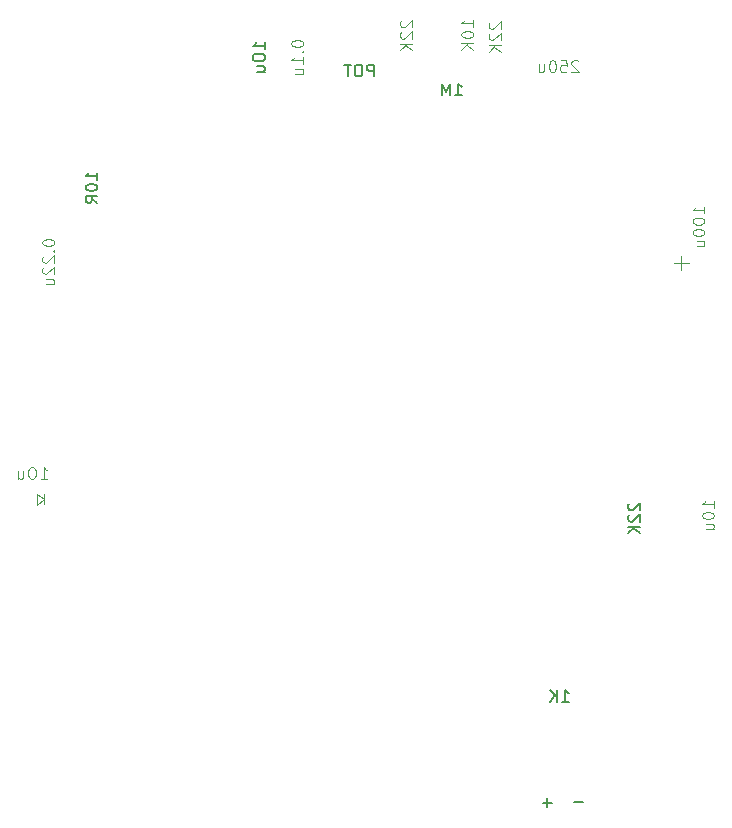
<source format=gbo>
G04 #@! TF.FileFunction,Legend,Bot*
%FSLAX45Y45*%
G04 Gerber Fmt 4.5, Leading zero omitted, Abs format (unit mm)*
G04 Created by KiCad (PCBNEW 4.0.7-e2-6376~58~ubuntu16.04.1) date Thu Oct 12 10:32:20 2017*
%MOMM*%
%LPD*%
G01*
G04 APERTURE LIST*
%ADD10C,0.020000*%
%ADD11C,0.120000*%
%ADD12C,0.150000*%
%ADD13C,0.100000*%
G04 APERTURE END LIST*
D10*
D11*
X12275058Y-11055112D02*
X12275058Y-10966212D01*
X12275058Y-10964942D02*
X12334325Y-11009392D01*
X12334325Y-11055112D02*
X12334325Y-10966212D01*
X12334325Y-11011932D02*
X12275058Y-11056382D01*
X17730000Y-9071900D02*
X17730000Y-8951900D01*
X17795000Y-9011900D02*
X17665000Y-9011900D01*
D12*
X15125019Y-7430542D02*
X15125019Y-7330542D01*
X15086923Y-7330542D01*
X15077400Y-7335304D01*
X15072638Y-7340066D01*
X15067876Y-7349590D01*
X15067876Y-7363875D01*
X15072638Y-7373399D01*
X15077400Y-7378161D01*
X15086923Y-7382923D01*
X15125019Y-7382923D01*
X15005971Y-7330542D02*
X14986923Y-7330542D01*
X14977400Y-7335304D01*
X14967876Y-7344828D01*
X14963114Y-7363875D01*
X14963114Y-7397209D01*
X14967876Y-7416256D01*
X14977400Y-7425780D01*
X14986923Y-7430542D01*
X15005971Y-7430542D01*
X15015495Y-7425780D01*
X15025019Y-7416256D01*
X15029781Y-7397209D01*
X15029781Y-7363875D01*
X15025019Y-7344828D01*
X15015495Y-7335304D01*
X15005971Y-7330542D01*
X14934542Y-7330542D02*
X14877400Y-7330542D01*
X14905971Y-7430542D02*
X14905971Y-7330542D01*
X16633185Y-13582173D02*
X16556995Y-13582173D01*
X16595090Y-13620268D02*
X16595090Y-13544078D01*
X16894805Y-13577093D02*
X16818615Y-13577093D01*
D13*
X15968498Y-7009678D02*
X15968498Y-6952535D01*
X15968498Y-6981107D02*
X15868498Y-6981107D01*
X15882784Y-6971583D01*
X15892308Y-6962059D01*
X15897069Y-6952535D01*
X15868498Y-7071583D02*
X15868498Y-7081107D01*
X15873260Y-7090631D01*
X15878022Y-7095393D01*
X15887546Y-7100155D01*
X15906593Y-7104916D01*
X15930403Y-7104916D01*
X15949450Y-7100155D01*
X15958974Y-7095393D01*
X15963736Y-7090631D01*
X15968498Y-7081107D01*
X15968498Y-7071583D01*
X15963736Y-7062059D01*
X15958974Y-7057297D01*
X15949450Y-7052535D01*
X15930403Y-7047774D01*
X15906593Y-7047774D01*
X15887546Y-7052535D01*
X15878022Y-7057297D01*
X15873260Y-7062059D01*
X15868498Y-7071583D01*
X15968498Y-7147774D02*
X15868498Y-7147774D01*
X15968498Y-7204916D02*
X15911355Y-7162059D01*
X15868498Y-7204916D02*
X15925641Y-7147774D01*
D12*
X12785878Y-8305332D02*
X12785878Y-8248189D01*
X12785878Y-8276761D02*
X12685878Y-8276761D01*
X12700164Y-8267237D01*
X12709688Y-8257713D01*
X12714449Y-8248189D01*
X12685878Y-8367237D02*
X12685878Y-8376761D01*
X12690640Y-8386285D01*
X12695402Y-8391047D01*
X12704926Y-8395809D01*
X12723973Y-8400571D01*
X12747783Y-8400571D01*
X12766830Y-8395809D01*
X12776354Y-8391047D01*
X12781116Y-8386285D01*
X12785878Y-8376761D01*
X12785878Y-8367237D01*
X12781116Y-8357713D01*
X12776354Y-8352951D01*
X12766830Y-8348189D01*
X12747783Y-8343428D01*
X12723973Y-8343428D01*
X12704926Y-8348189D01*
X12695402Y-8352951D01*
X12690640Y-8357713D01*
X12685878Y-8367237D01*
X12785878Y-8500571D02*
X12738259Y-8467237D01*
X12785878Y-8443428D02*
X12685878Y-8443428D01*
X12685878Y-8481523D01*
X12690640Y-8491047D01*
X12695402Y-8495809D01*
X12704926Y-8500571D01*
X12719211Y-8500571D01*
X12728735Y-8495809D01*
X12733497Y-8491047D01*
X12738259Y-8481523D01*
X12738259Y-8443428D01*
D13*
X15358084Y-6959393D02*
X15353322Y-6964155D01*
X15348560Y-6973679D01*
X15348560Y-6997489D01*
X15353322Y-7007013D01*
X15358084Y-7011774D01*
X15367608Y-7016536D01*
X15377131Y-7016536D01*
X15391417Y-7011774D01*
X15448560Y-6954632D01*
X15448560Y-7016536D01*
X15358084Y-7054632D02*
X15353322Y-7059393D01*
X15348560Y-7068917D01*
X15348560Y-7092727D01*
X15353322Y-7102251D01*
X15358084Y-7107013D01*
X15367608Y-7111774D01*
X15377131Y-7111774D01*
X15391417Y-7107013D01*
X15448560Y-7049870D01*
X15448560Y-7111774D01*
X15448560Y-7154632D02*
X15348560Y-7154632D01*
X15448560Y-7211774D02*
X15391417Y-7168917D01*
X15348560Y-7211774D02*
X15405703Y-7154632D01*
D12*
X17290952Y-11048790D02*
X17286190Y-11053551D01*
X17281428Y-11063075D01*
X17281428Y-11086885D01*
X17286190Y-11096409D01*
X17290952Y-11101171D01*
X17300476Y-11105932D01*
X17310000Y-11105932D01*
X17324285Y-11101171D01*
X17381428Y-11044028D01*
X17381428Y-11105932D01*
X17290952Y-11144028D02*
X17286190Y-11148790D01*
X17281428Y-11158313D01*
X17281428Y-11182123D01*
X17286190Y-11191647D01*
X17290952Y-11196409D01*
X17300476Y-11201170D01*
X17310000Y-11201170D01*
X17324285Y-11196409D01*
X17381428Y-11139266D01*
X17381428Y-11201170D01*
X17381428Y-11244028D02*
X17281428Y-11244028D01*
X17381428Y-11301170D02*
X17324285Y-11258313D01*
X17281428Y-11301170D02*
X17338571Y-11244028D01*
D13*
X16108686Y-6970493D02*
X16103924Y-6975255D01*
X16099162Y-6984779D01*
X16099162Y-7008589D01*
X16103924Y-7018113D01*
X16108686Y-7022874D01*
X16118210Y-7027636D01*
X16127733Y-7027636D01*
X16142019Y-7022874D01*
X16199162Y-6965732D01*
X16199162Y-7027636D01*
X16108686Y-7065732D02*
X16103924Y-7070493D01*
X16099162Y-7080017D01*
X16099162Y-7103827D01*
X16103924Y-7113351D01*
X16108686Y-7118113D01*
X16118210Y-7122874D01*
X16127733Y-7122874D01*
X16142019Y-7118113D01*
X16199162Y-7060970D01*
X16199162Y-7122874D01*
X16199162Y-7165732D02*
X16099162Y-7165732D01*
X16199162Y-7222874D02*
X16142019Y-7180017D01*
X16099162Y-7222874D02*
X16156305Y-7165732D01*
D12*
X15812715Y-7592118D02*
X15869858Y-7592118D01*
X15841287Y-7592118D02*
X15841287Y-7492118D01*
X15850811Y-7506404D01*
X15860334Y-7515928D01*
X15869858Y-7520689D01*
X15769858Y-7592118D02*
X15769858Y-7492118D01*
X15736525Y-7563547D01*
X15703192Y-7492118D01*
X15703192Y-7592118D01*
X16720658Y-12725680D02*
X16777801Y-12725680D01*
X16749230Y-12725680D02*
X16749230Y-12625680D01*
X16758754Y-12639966D01*
X16768278Y-12649490D01*
X16777801Y-12654251D01*
X16677801Y-12725680D02*
X16677801Y-12625680D01*
X16620658Y-12725680D02*
X16663516Y-12668537D01*
X16620658Y-12625680D02*
X16677801Y-12682823D01*
D13*
X16856848Y-7304252D02*
X16852086Y-7299490D01*
X16842562Y-7294728D01*
X16818752Y-7294728D01*
X16809229Y-7299490D01*
X16804467Y-7304252D01*
X16799705Y-7313776D01*
X16799705Y-7323299D01*
X16804467Y-7337585D01*
X16861610Y-7394728D01*
X16799705Y-7394728D01*
X16709228Y-7294728D02*
X16756848Y-7294728D01*
X16761609Y-7342347D01*
X16756848Y-7337585D01*
X16747324Y-7332823D01*
X16723514Y-7332823D01*
X16713990Y-7337585D01*
X16709228Y-7342347D01*
X16704467Y-7351871D01*
X16704467Y-7375680D01*
X16709228Y-7385204D01*
X16713990Y-7389966D01*
X16723514Y-7394728D01*
X16747324Y-7394728D01*
X16756848Y-7389966D01*
X16761609Y-7385204D01*
X16642562Y-7294728D02*
X16633038Y-7294728D01*
X16623514Y-7299490D01*
X16618752Y-7304252D01*
X16613990Y-7313776D01*
X16609228Y-7332823D01*
X16609228Y-7356633D01*
X16613990Y-7375680D01*
X16618752Y-7385204D01*
X16623514Y-7389966D01*
X16633038Y-7394728D01*
X16642562Y-7394728D01*
X16652086Y-7389966D01*
X16656848Y-7385204D01*
X16661609Y-7375680D01*
X16666371Y-7356633D01*
X16666371Y-7332823D01*
X16661609Y-7313776D01*
X16656848Y-7304252D01*
X16652086Y-7299490D01*
X16642562Y-7294728D01*
X16523514Y-7328061D02*
X16523514Y-7394728D01*
X16566371Y-7328061D02*
X16566371Y-7380442D01*
X16561609Y-7389966D01*
X16552086Y-7394728D01*
X16537800Y-7394728D01*
X16528276Y-7389966D01*
X16523514Y-7385204D01*
D12*
X14202436Y-7199480D02*
X14202436Y-7142337D01*
X14202436Y-7170909D02*
X14102436Y-7170909D01*
X14116722Y-7161385D01*
X14126246Y-7151861D01*
X14131007Y-7142337D01*
X14102436Y-7261385D02*
X14102436Y-7280433D01*
X14107198Y-7289957D01*
X14116722Y-7299480D01*
X14135769Y-7304242D01*
X14169103Y-7304242D01*
X14188150Y-7299480D01*
X14197674Y-7289957D01*
X14202436Y-7280433D01*
X14202436Y-7261385D01*
X14197674Y-7251861D01*
X14188150Y-7242337D01*
X14169103Y-7237576D01*
X14135769Y-7237576D01*
X14116722Y-7242337D01*
X14107198Y-7251861D01*
X14102436Y-7261385D01*
X14135769Y-7389957D02*
X14202436Y-7389957D01*
X14135769Y-7347099D02*
X14188150Y-7347099D01*
X14197674Y-7351861D01*
X14202436Y-7361385D01*
X14202436Y-7375671D01*
X14197674Y-7385195D01*
X14192912Y-7389957D01*
D13*
X18005578Y-11082314D02*
X18005578Y-11025171D01*
X18005578Y-11053743D02*
X17905578Y-11053743D01*
X17919864Y-11044219D01*
X17929388Y-11034695D01*
X17934150Y-11025171D01*
X17905578Y-11144219D02*
X17905578Y-11153743D01*
X17910340Y-11163267D01*
X17915102Y-11168029D01*
X17924626Y-11172791D01*
X17943673Y-11177552D01*
X17967483Y-11177552D01*
X17986531Y-11172791D01*
X17996054Y-11168029D01*
X18000816Y-11163267D01*
X18005578Y-11153743D01*
X18005578Y-11144219D01*
X18000816Y-11134695D01*
X17996054Y-11129933D01*
X17986531Y-11125171D01*
X17967483Y-11120410D01*
X17943673Y-11120410D01*
X17924626Y-11125171D01*
X17915102Y-11129933D01*
X17910340Y-11134695D01*
X17905578Y-11144219D01*
X17938911Y-11263267D02*
X18005578Y-11263267D01*
X17938911Y-11220409D02*
X17991292Y-11220409D01*
X18000816Y-11225171D01*
X18005578Y-11234695D01*
X18005578Y-11248981D01*
X18000816Y-11258505D01*
X17996054Y-11263267D01*
X17925238Y-8589995D02*
X17925238Y-8532852D01*
X17925238Y-8561424D02*
X17825238Y-8561424D01*
X17839524Y-8551900D01*
X17849048Y-8542376D01*
X17853810Y-8532852D01*
X17825238Y-8651900D02*
X17825238Y-8661424D01*
X17830000Y-8670948D01*
X17834762Y-8675710D01*
X17844286Y-8680472D01*
X17863333Y-8685233D01*
X17887143Y-8685233D01*
X17906191Y-8680472D01*
X17915714Y-8675710D01*
X17920476Y-8670948D01*
X17925238Y-8661424D01*
X17925238Y-8651900D01*
X17920476Y-8642376D01*
X17915714Y-8637614D01*
X17906191Y-8632852D01*
X17887143Y-8628091D01*
X17863333Y-8628091D01*
X17844286Y-8632852D01*
X17834762Y-8637614D01*
X17830000Y-8642376D01*
X17825238Y-8651900D01*
X17825238Y-8747138D02*
X17825238Y-8756662D01*
X17830000Y-8766186D01*
X17834762Y-8770948D01*
X17844286Y-8775710D01*
X17863333Y-8780472D01*
X17887143Y-8780472D01*
X17906191Y-8775710D01*
X17915714Y-8770948D01*
X17920476Y-8766186D01*
X17925238Y-8756662D01*
X17925238Y-8747138D01*
X17920476Y-8737614D01*
X17915714Y-8732852D01*
X17906191Y-8728091D01*
X17887143Y-8723329D01*
X17863333Y-8723329D01*
X17844286Y-8728091D01*
X17834762Y-8732852D01*
X17830000Y-8737614D01*
X17825238Y-8747138D01*
X17858571Y-8866186D02*
X17925238Y-8866186D01*
X17858571Y-8823329D02*
X17910952Y-8823329D01*
X17920476Y-8828091D01*
X17925238Y-8837614D01*
X17925238Y-8851900D01*
X17920476Y-8861424D01*
X17915714Y-8866186D01*
X14427302Y-7147099D02*
X14427302Y-7156623D01*
X14432064Y-7166147D01*
X14436826Y-7170909D01*
X14446350Y-7175671D01*
X14465397Y-7180433D01*
X14489207Y-7180433D01*
X14508254Y-7175671D01*
X14517778Y-7170909D01*
X14522540Y-7166147D01*
X14527302Y-7156623D01*
X14527302Y-7147099D01*
X14522540Y-7137576D01*
X14517778Y-7132814D01*
X14508254Y-7128052D01*
X14489207Y-7123290D01*
X14465397Y-7123290D01*
X14446350Y-7128052D01*
X14436826Y-7132814D01*
X14432064Y-7137576D01*
X14427302Y-7147099D01*
X14517778Y-7223290D02*
X14522540Y-7228052D01*
X14527302Y-7223290D01*
X14522540Y-7218528D01*
X14517778Y-7223290D01*
X14527302Y-7223290D01*
X14527302Y-7323290D02*
X14527302Y-7266147D01*
X14527302Y-7294718D02*
X14427302Y-7294718D01*
X14441588Y-7285195D01*
X14451112Y-7275671D01*
X14455873Y-7266147D01*
X14460635Y-7409004D02*
X14527302Y-7409004D01*
X14460635Y-7366147D02*
X14513016Y-7366147D01*
X14522540Y-7370909D01*
X14527302Y-7380433D01*
X14527302Y-7394718D01*
X14522540Y-7404242D01*
X14517778Y-7409004D01*
X12304418Y-10838968D02*
X12361560Y-10838968D01*
X12332989Y-10838968D02*
X12332989Y-10738968D01*
X12342513Y-10753254D01*
X12352037Y-10762778D01*
X12361560Y-10767540D01*
X12242513Y-10738968D02*
X12223465Y-10738968D01*
X12213941Y-10743730D01*
X12204418Y-10753254D01*
X12199656Y-10772301D01*
X12199656Y-10805635D01*
X12204418Y-10824682D01*
X12213941Y-10834206D01*
X12223465Y-10838968D01*
X12242513Y-10838968D01*
X12252037Y-10834206D01*
X12261560Y-10824682D01*
X12266322Y-10805635D01*
X12266322Y-10772301D01*
X12261560Y-10753254D01*
X12252037Y-10743730D01*
X12242513Y-10738968D01*
X12113941Y-10772301D02*
X12113941Y-10838968D01*
X12156799Y-10772301D02*
X12156799Y-10824682D01*
X12152037Y-10834206D01*
X12142513Y-10838968D01*
X12128227Y-10838968D01*
X12118703Y-10834206D01*
X12113941Y-10829444D01*
X12320118Y-8833220D02*
X12320118Y-8842744D01*
X12324880Y-8852268D01*
X12329642Y-8857030D01*
X12339166Y-8861792D01*
X12358213Y-8866554D01*
X12382023Y-8866554D01*
X12401070Y-8861792D01*
X12410594Y-8857030D01*
X12415356Y-8852268D01*
X12420118Y-8842744D01*
X12420118Y-8833220D01*
X12415356Y-8823697D01*
X12410594Y-8818935D01*
X12401070Y-8814173D01*
X12382023Y-8809411D01*
X12358213Y-8809411D01*
X12339166Y-8814173D01*
X12329642Y-8818935D01*
X12324880Y-8823697D01*
X12320118Y-8833220D01*
X12410594Y-8909411D02*
X12415356Y-8914173D01*
X12420118Y-8909411D01*
X12415356Y-8904649D01*
X12410594Y-8909411D01*
X12420118Y-8909411D01*
X12329642Y-8952268D02*
X12324880Y-8957030D01*
X12320118Y-8966554D01*
X12320118Y-8990363D01*
X12324880Y-8999887D01*
X12329642Y-9004649D01*
X12339166Y-9009411D01*
X12348689Y-9009411D01*
X12362975Y-9004649D01*
X12420118Y-8947506D01*
X12420118Y-9009411D01*
X12329642Y-9047506D02*
X12324880Y-9052268D01*
X12320118Y-9061792D01*
X12320118Y-9085601D01*
X12324880Y-9095125D01*
X12329642Y-9099887D01*
X12339166Y-9104649D01*
X12348689Y-9104649D01*
X12362975Y-9099887D01*
X12420118Y-9042744D01*
X12420118Y-9104649D01*
X12353451Y-9190363D02*
X12420118Y-9190363D01*
X12353451Y-9147506D02*
X12405832Y-9147506D01*
X12415356Y-9152268D01*
X12420118Y-9161792D01*
X12420118Y-9176078D01*
X12415356Y-9185601D01*
X12410594Y-9190363D01*
M02*

</source>
